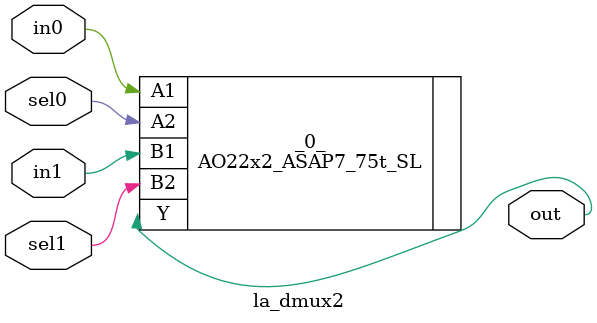
<source format=v>

/* Generated by Yosys 0.44 (git sha1 80ba43d26, g++ 11.4.0-1ubuntu1~22.04 -fPIC -O3) */

(* top =  1  *)
(* src = "generated" *)
module la_dmux2 (
    sel1,
    sel0,
    in1,
    in0,
    out
);
  (* src = "generated" *)
  input in0;
  wire in0;
  (* src = "generated" *)
  input in1;
  wire in1;
  (* src = "generated" *)
  output out;
  wire out;
  (* src = "generated" *)
  input sel0;
  wire sel0;
  (* src = "generated" *)
  input sel1;
  wire sel1;
  AO22x2_ASAP7_75t_SL _0_ (
      .A1(in0),
      .A2(sel0),
      .B1(in1),
      .B2(sel1),
      .Y (out)
  );
endmodule

</source>
